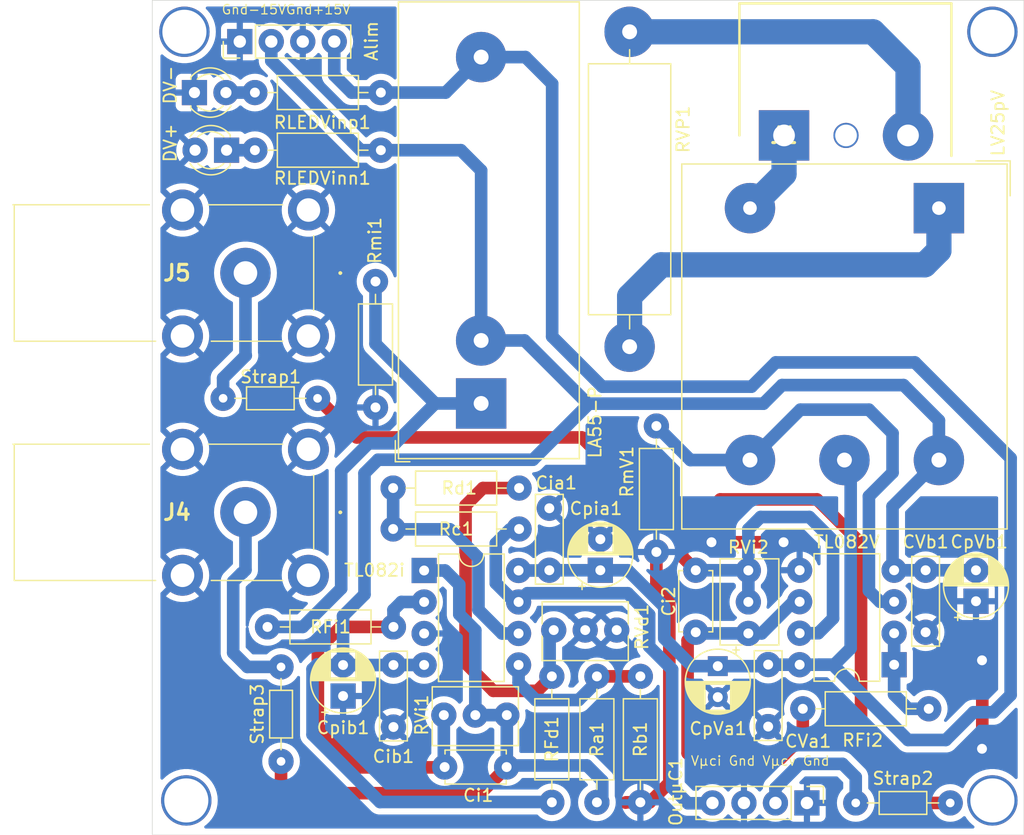
<source format=kicad_pcb>
(kicad_pcb (version 20241229) (generator "pcbnew") (generator_version "9.0")
  (layers (0 "F.Cu" signal) (2 "B.Cu" signal) (13 "F.Paste" user) (15 "B.Paste" user) (5 "F.SilkS" user "F.Silkscreen") (7 "B.SilkS" user "B.Silkscreen") (1 "F.Mask" user) (3 "B.Mask" user) (25 "Edge.Cuts" user))
  (net 0 "")
  (net 1 "Vosc_i")
  (net 2 "Net-(U4A--)")
  (net 3 "Vosc_µc_V")
  (net 4 "Net-(U3B--)")
  (net 5 "+15V")
  (net 6 "GND")
  (net 7 "-15V")
  (net 8 "Net-(D_Vinn1-K)")
  (net 9 "Net-(D_Vinp1-A)")
  (net 11 "Net-(J1-Pad3)")
  (net 12 "Net-(U2-HV-)")
  (net 13 "Vµc_i")
  (net 14 "Net-(U4B-+)")
  (net 15 "Net-(RFd1-Pad2)")
  (net 16 "Net-(U4B--)")
  (net 17 "Net-(U1-M)")
  (net 18 "Net-(U3A--)")
  (net 19 "Net-(U2-M)")
  (net 20 "Net-(U2-HV+)")
  (net 21 "Net-(J5-Pad1)")
  (net 22 "Net-(OutµC1-Pin_2)")
  (net 23 "Net-(J4-Pad1)")
  (footprint "Sensor_Voltage:LEM_LV25-P" (layer "F.Cu") (at 139.6525 92.964 -90)
    (property "Reference" "LV25pV" (at -6.858 -4.769 90) (layer "F.SilkS"))
    (property "Value" "LV25pV" (hide yes))
    (pad "1" thru_hole rect (at 0 0 270) (size 4.064 4.064) (drill 1.1) (layers "*.Cu" "*.Mask") (net 20 "Net-(U2-HV+)"))
    (pad "3" thru_hole circle (at 0 15.24 270) (size 4.064 4.064) (drill 1.1) (layers "*.Cu" "*.Mask") (net 12 "Net-(U2-HV-)"))
    (pad "4" thru_hole circle (at 20.32 15.24 270) (size 4.064 4.064) (drill 1.2) (layers "*.Cu" "*.Mask") (net 19 "Net-(U2-M)"))
    (pad "5" thru_hole circle (at 20.32 7.62 270) (size 4.064 4.064) (drill 1.2) (layers "*.Cu" "*.Mask") (net 5 "+15V"))
    (pad "6" thru_hole circle (at 20.32 0 270) (size 4.064 4.064) (drill 1.2) (layers "*.Cu" "*.Mask") (net 7 "-15V"))
  )
  (footprint "BNC-LR-PC-1_40_:BNCLRPC140" (layer "F.Cu") (at 83.7155 98.1964)
    (property "Reference" "J5" (at -5.525 0 0) (layer "F.SilkS") (effects (font (size 1.27 1.27) (thickness 0.254))))
    (property "Value" "BNCV_osc" (hide yes))
    (pad "1" thru_hole circle (at 0 0) (size 4.064 4.064) (drill 1.9) (layers "*.Cu" "*.Mask") (net 21 "Net-(J5-Pad1)"))
    (pad "2" thru_hole circle (at -5.08 -5.08) (size 3.302 3.302) (drill 1.9) (layers "*.Cu" "*.Mask") (net 6 "GND"))
    (pad "3" thru_hole circle (at -5.08 5.08) (size 3.302 3.302) (drill 1.9) (layers "*.Cu" "*.Mask") (net 6 "GND"))
    (pad "4" thru_hole circle (at 5.08 5.08) (size 3.302 3.302) (drill 1.9) (layers "*.Cu" "*.Mask") (net 6 "GND"))
    (pad "5" thru_hole circle (at 5.08 -5.08) (size 3.302 3.302) (drill 1.9) (layers "*.Cu" "*.Mask") (net 6 "GND"))
  )
  (footprint "Resistor_THT:R_Axial_Power_L20.0mm_W6.4mm_P25.40mm" (layer "F.Cu") (at 114.7035 78.74 -90)
    (property "Reference" "RVP1" (at 7.874 -4.318 90) (layer "F.SilkS"))
    (property "Value" "47k-5W")
    (pad "1" thru_hole circle (at 0 0 270) (size 4.064 4.064) (drill 1.2) (layers "*.Cu" "*.Mask") (net 11 "Net-(J1-Pad3)"))
    (pad "2" thru_hole oval (at 25.4 0 270) (size 4.064 4.064) (drill 1.2) (layers "*.Cu" "*.Mask") (net 20 "Net-(U2-HV+)"))
  )
  (footprint "Potentiometer_THT:Potentiometer_Bourns_3266Y_Vertical" (layer "F.Cu") (at 104.7975 133.858)
    (property "Reference" "RVi1" (at -6.858 0 90) (layer "F.SilkS"))
    (property "Value" "10k" (hide yes))
    (pad "1" thru_hole circle (at 0 0) (size 2.032 2.032) (drill 0.8) (layers "*.Cu" "*.Mask") (net 1 "Vosc_i"))
    (pad "2" thru_hole circle (at -2.54 0) (size 2.032 2.032) (drill 0.8) (layers "*.Cu" "*.Mask") (net 1 "Vosc_i"))
    (pad "3" thru_hole circle (at -5.08 0) (size 2.032 2.032) (drill 0.8) (layers "*.Cu" "*.Mask") (net 2 "Net-(U4A--)"))
  )
  (footprint "LED_THT:LED_D3.0mm" (layer "F.Cu") (at 82.1915 88.2904 180)
    (property "Reference" "DV+" (at 4.5466 0.5842 270) (layer "F.SilkS"))
    (property "Value" "LED" (hide yes))
    (pad "1" thru_hole rect (at 0 0 180) (size 2.032 2.032) (drill 0.9) (layers "*.Cu" "*.Mask") (net 8 "Net-(D_Vinn1-K)"))
    (pad "2" thru_hole circle (at 2.54 0 180) (size 2.032 2.032) (drill 0.9) (layers "*.Cu" "*.Mask") (net 6 "GND"))
  )
  (footprint "Resistor_THT:R_Axial_DIN0207_L6.3mm_D2.5mm_P10.16mm_Horizontal" (layer "F.Cu") (at 105.7881 115.5446 180)
    (property "Reference" "Rc1" (at 5.08 -3.302 180) (layer "F.SilkS"))
    (property "Value" "20k" (hide yes))
    (pad "1" thru_hole circle (at 0 0 180) (size 2.032 2.032) (drill 0.8) (layers "*.Cu" "*.Mask") (net 15 "Net-(RFd1-Pad2)"))
    (pad "2" thru_hole oval (at 10.16 0 180) (size 2.032 2.032) (drill 0.8) (layers "*.Cu" "*.Mask") (net 16 "Net-(U4B--)"))
  )
  (footprint "Resistor_THT:R_Axial_DIN0204_L3.6mm_D1.6mm_P7.62mm_Horizontal" (layer "F.Cu") (at 132.9436 140.9446)
    (property "Reference" "Strap2" (at 3.81 -1.9812 0) (layer "F.SilkS"))
    (property "Value" "~" (hide yes))
    (pad "1" thru_hole circle (at 0 0) (size 2.032 2.032) (drill 0.7) (layers "*.Cu" "*.Mask") (net 22 "Net-(OutµC1-Pin_2)"))
    (pad "2" thru_hole oval (at 7.62 0) (size 2.032 2.032) (drill 0.7) (layers "*.Cu" "*.Mask") (net 3 "Vosc_µc_V"))
  )
  (footprint "Capacitor_THT:C_Rect_L7.0mm_W2.0mm_P5.00mm" (layer "F.Cu") (at 138.5795 122.174 -90)
    (property "Reference" "CVb1" (at -2.286 0 180) (layer "F.SilkS"))
    (property "Value" "100n" (hide yes))
    (pad "1" thru_hole circle (at 0 0 270) (size 2.032 2.032) (drill 0.8) (layers "*.Cu" "*.Mask") (net 7 "-15V"))
    (pad "2" thru_hole circle (at 5 0 270) (size 2.032 2.032) (drill 0.8) (layers "*.Cu" "*.Mask") (net 6 "GND"))
  )
  (footprint "Capacitor_THT:C_Disc_D4.7mm_W2.5mm_P5.00mm" (layer "F.Cu") (at 99.7829 138.049)
    (property "Reference" "Ci1" (at 2.714 2.286 0) (layer "F.SilkS"))
    (property "Value" "220p" (hide yes))
    (pad "1" thru_hole circle (at 0 0) (size 2.032 2.032) (drill 0.8) (layers "*.Cu" "*.Mask") (net 2 "Net-(U4A--)"))
    (pad "2" thru_hole circle (at 5 0) (size 2.032 2.032) (drill 0.8) (layers "*.Cu" "*.Mask") (net 1 "Vosc_i"))
  )
  (footprint "Capacitor_THT:C_Disc_D4.7mm_W2.5mm_P5.00mm" (layer "F.Cu") (at 120.0375 127.174 90)
    (property "Reference" "Ci2" (at 2.4854 -2.1815 90) (layer "F.SilkS"))
    (property "Value" "4.7n" (hide yes))
    (pad "1" thru_hole circle (at 0 0 90) (size 2.032 2.032) (drill 0.8) (layers "*.Cu" "*.Mask") (net 4 "Net-(U3B--)"))
    (pad "2" thru_hole circle (at 5 0 90) (size 2.032 2.032) (drill 0.8) (layers "*.Cu" "*.Mask") (net 3 "Vosc_µc_V"))
  )
  (footprint "Resistor_THT:R_Axial_DIN0207_L6.3mm_D2.5mm_P10.16mm_Horizontal" (layer "F.Cu") (at 138.8335 133.35 180)
    (property "Reference" "RFi2" (at 5.334 -2.54 180) (layer "F.SilkS"))
    (property "Value" "4.7k" (hide yes))
    (pad "1" thru_hole circle (at 0 0 180) (size 2.032 2.032) (drill 0.8) (layers "*.Cu" "*.Mask") (net 18 "Net-(U3A--)"))
    (pad "2" thru_hole oval (at 10.16 0 180) (size 2.032 2.032) (drill 0.8) (layers "*.Cu" "*.Mask") (net 4 "Net-(U3B--)"))
  )
  (footprint "Capacitor_THT:C_Rect_L7.0mm_W2.0mm_P5.00mm" (layer "F.Cu") (at 108.2265 122.174 90)
    (property "Reference" "Cia1" (at 7.0464 0.5588 0) (layer "F.SilkS"))
    (property "Value" "100n" (hide yes))
    (pad "1" thru_hole circle (at 0 0 90) (size 2.032 2.032) (drill 0.8) (layers "*.Cu" "*.Mask") (net 5 "+15V"))
    (pad "2" thru_hole circle (at 5 0 90) (size 2.032 2.032) (drill 0.8) (layers "*.Cu" "*.Mask") (net 6 "GND"))
  )
  (footprint "LED_THT:LED_D3.0mm" (layer "F.Cu") (at 79.6007 83.6422)
    (property "Reference" "DV-" (at -1.9558 -0.6096 90) (layer "F.SilkS"))
    (property "Value" "LED" (hide yes))
    (pad "1" thru_hole rect (at 0 0) (size 2.032 2.032) (drill 0.9) (layers "*.Cu" "*.Mask") (net 6 "GND"))
    (pad "2" thru_hole circle (at 2.54 0) (size 2.032 2.032) (drill 0.9) (layers "*.Cu" "*.Mask") (net 9 "Net-(D_Vinp1-A)"))
  )
  (footprint "Resistor_THT:R_Axial_DIN0207_L6.3mm_D2.5mm_P10.16mm_Horizontal" (layer "F.Cu") (at 115.57 130.7338 -90)
    (property "Reference" "Rb1" (at 5.080001 0 90) (layer "F.SilkS"))
    (property "Value" "20k" (hide yes))
    (pad "1" thru_hole circle (at 0 0 270) (size 2.032 2.032) (drill 0.8) (layers "*.Cu" "*.Mask") (net 14 "Net-(U4B-+)"))
    (pad "2" thru_hole oval (at 10.16 0 270) (size 2.032 2.032) (drill 0.8) (layers "*.Cu" "*.Mask") (net 6 "GND"))
  )
  (footprint "Resistor_THT:R_Axial_DIN0207_L6.3mm_D2.5mm_P10.16mm_Horizontal" (layer "F.Cu") (at 94.6375 83.6422 180)
    (property "Reference" "RLEDVinp1" (at 4.7244 -2.413 180) (layer "F.SilkS"))
    (property "Value" "10k" (hide yes))
    (pad "1" thru_hole circle (at 0 0 180) (size 2.032 2.032) (drill 0.8) (layers "*.Cu" "*.Mask") (net 5 "+15V"))
    (pad "2" thru_hole oval (at 10.16 0 180) (size 2.032 2.032) (drill 0.8) (layers "*.Cu" "*.Mask") (net 9 "Net-(D_Vinp1-A)"))
  )
  (footprint "Resistor_THT:R_Axial_DIN0207_L6.3mm_D2.5mm_P10.16mm_Horizontal" (layer "F.Cu") (at 94.2057 98.8822 -90)
    (property "Reference" "Rmi1" (at -3.302 0.0508 90) (layer "F.SilkS"))
    (property "Value" "60")
    (pad "1" thru_hole circle (at 0 0 270) (size 2.032 2.032) (drill 0.8) (layers "*.Cu" "*.Mask") (net 17 "Net-(U1-M)"))
    (pad "2" thru_hole oval (at 10.16 0 270) (size 2.032 2.032) (drill 0.8) (layers "*.Cu" "*.Mask") (net 6 "GND"))
  )
  (footprint "Connector_PinHeader_2.54mm:PinHeader_1x04_P2.54mm_Vertical" (layer "F.Cu") (at 129.0066 140.9446 -90)
    (property "Reference" "OutµC1" (at -0.9144 10.5789 270) (layer "F.SilkS"))
    (property "Value" "OutµC" (hide yes))
    (pad "1" thru_hole rect (at 0 0 270) (size 2.032 2.032) (drill 1) (layers "*.Cu" "*.Mask") (net 6 "GND"))
    (pad "2" thru_hole oval (at 0 2.54 270) (size 2.032 2.032) (drill 1) (layers "*.Cu" "*.Mask") (net 22 "Net-(OutµC1-Pin_2)"))
    (pad "3" thru_hole oval (at 0 5.08 270) (size 2.032 2.032) (drill 1) (layers "*.Cu" "*.Mask") (net 6 "GND"))
    (pad "4" thru_hole oval (at 0 7.62 270) (size 2.032 2.032) (drill 1) (layers "*.Cu" "*.Mask") (net 13 "Vµc_i"))
  )
  (footprint "Package_DIP:DIP-8_W7.62mm" (layer "F.Cu") (at 136.0395 129.794 180)
    (property "Reference" "TL082V" (at 3.81 9.906 180) (layer "F.SilkS"))
    (property "Value" "TL082V")
    (pad "1" thru_hole rect (at 0 0 180) (size 2.032 2.032) (drill 0.8) (layers "*.Cu" "*.Mask") (net 18 "Net-(U3A--)"))
    (pad "2" thru_hole oval (at 0 2.54 180) (size 2.032 2.032) (drill 0.8) (layers "*.Cu" "*.Mask") (net 18 "Net-(U3A--)"))
    (pad "3" thru_hole oval (at 0 5.08 180) (size 2.032 2.032) (drill 0.8) (layers "*.Cu" "*.Mask") (net 19 "Net-(U2-M)"))
    (pad "4" thru_hole oval (at 0 7.62 180) (size 2.032 2.032) (drill 0.8) (layers "*.Cu" "*.Mask") (net 7 "-15V"))
    (pad "5" thru_hole oval (at 7.62 7.62 180) (size 2.032 2.032) (drill 0.8) (layers "*.Cu" "*.Mask") (net 6 "GND"))
    (pad "6" thru_hole oval (at 7.62 5.08 180) (size 2.032 2.032) (drill 0.8) (layers "*.Cu" "*.Mask") (net 4 "Net-(U3B--)"))
    (pad "7" thru_hole oval (at 7.62 2.54 180) (size 2.032 2.032) (drill 0.8) (layers "*.Cu" "*.Mask") (net 3 "Vosc_µc_V"))
    (pad "8" thru_hole oval (at 7.62 0 180) (size 2.032 2.032) (drill 0.8) (layers "*.Cu" "*.Mask") (net 5 "+15V"))
  )
  (footprint "Capacitor_THT:C_Rect_L7.0mm_W2.0mm_P5.00mm" (layer "F.Cu") (at 125.8795 129.7832 -90)
    (property "Reference" "CVa1" (at 6.183 -3.2287 180) (layer "F.SilkS"))
    (property "Value" "100n" (hide yes))
    (pad "1" thru_hole circle (at 0 0 270) (size 2.032 2.032) (drill 0.8) (layers "*.Cu" "*.Mask") (net 5 "+15V"))
    (pad "2" thru_hole circle (at 5 0 270) (size 2.032 2.032) (drill 0.8) (layers "*.Cu" "*.Mask") (net 6 "GND"))
  )
  (footprint "Capacitor_THT:CP_Radial_D5.0mm_P2.50mm" (layer "F.Cu") (at 91.5895 132.319913 90)
    (property "Reference" "Cpib1" (at -2.554087 0 0) (layer "F.SilkS"))
    (property "Value" "1µ" (hide yes))
    (pad "1" thru_hole rect (at 0 0 90) (size 2.032 2.032) (drill 0.8) (layers "*.Cu" "*.Mask") (net 6 "GND"))
    (pad "2" thru_hole circle (at 2.5 0 90) (size 2.032 2.032) (drill 0.8) (layers "*.Cu" "*.Mask") (net 7 "-15V"))
  )
  (footprint "Resistor_THT:R_Axial_DIN0207_L6.3mm_D2.5mm_P10.16mm_Horizontal" (layer "F.Cu") (at 95.6281 118.8466)
    (property "Reference" "Rd1" (at 5.334 -3.302 0) (layer "F.SilkS"))
    (property "Value" "20k" (hide yes))
    (pad "1" thru_hole circle (at 0 0) (size 2.032 2.032) (drill 0.8) (layers "*.Cu" "*.Mask") (net 16 "Net-(U4B--)"))
    (pad "2" thru_hole oval (at 10.16 0) (size 2.032 2.032) (drill 0.8) (layers "*.Cu" "*.Mask") (net 13 "Vµc_i"))
  )
  (footprint "Resistor_THT:R_Axial_DIN0207_L6.3mm_D2.5mm_P10.16mm_Horizontal" (layer "F.Cu") (at 108.4297 140.8938 90)
    (property "Reference" "RFd1" (at 5.08 0 270) (layer "F.SilkS"))
    (property "Value" "1k" (hide yes))
    (pad "1" thru_hole circle (at 0 0 90) (size 2.032 2.032) (drill 0.8) (layers "*.Cu" "*.Mask") (net 7 "-15V"))
    (pad "2" thru_hole oval (at 10.16 0 90) (size 2.032 2.032) (drill 0.8) (layers "*.Cu" "*.Mask") (net 15 "Net-(RFd1-Pad2)"))
  )
  (footprint "Resistor_THT:R_Axial_DIN0204_L3.6mm_D1.6mm_P7.62mm_Horizontal" (layer "F.Cu") (at 89.5321 108.3056 180)
    (property "Reference" "Strap1" (at 3.7846 1.7272 180) (layer "F.SilkS"))
    (property "Value" "~" (hide yes))
    (pad "1" thru_hole circle (at 0 0 180) (size 2.032 2.032) (drill 0.7) (layers "*.Cu" "*.Mask") (net 3 "Vosc_µc_V"))
    (pad "2" thru_hole oval (at 7.62 0 180) (size 2.032 2.032) (drill 0.7) (layers "*.Cu" "*.Mask") (net 21 "Net-(J5-Pad1)"))
  )
  (footprint "Capacitor_THT:CP_Radial_D5.0mm_P2.50mm" (layer "F.Cu") (at 112.3413 122.174 90)
    (property "Reference" "Cpia1" (at 4.9784 -0.3556 0) (layer "F.SilkS"))
    (property "Value" "1µ" (hide yes))
    (pad "1" thru_hole rect (at 0 0 90) (size 2.032 2.032) (drill 0.8) (layers "*.Cu" "*.Mask") (net 5 "+15V"))
    (pad "2" thru_hole circle (at 2.5 0 90) (size 2.032 2.032) (drill 0.8) (layers "*.Cu" "*.Mask") (net 6 "GND"))
  )
  (footprint "BNC-LR-PC-1_40_:BNCLRPC140" (layer "F.Cu") (at 83.7155 117.5004)
    (property "Reference" "J4" (at -5.525 0 0) (layer "F.SilkS") (effects (font (size 1.27 1.27) (thickness 0.254))))
    (property "Value" "BNCi_osc" (hide yes))
    (pad "1" thru_hole circle (at 0 0) (size 4.064 4.064) (drill 1.9) (layers "*.Cu" "*.Mask") (net 23 "Net-(J4-Pad1)"))
    (pad "2" thru_hole circle (at -5.08 -5.08) (size 3.302 3.302) (drill 1.9) (layers "*.Cu" "*.Mask") (net 6 "GND"))
    (pad "3" thru_hole circle (at -5.08 5.08) (size 3.302 3.302) (drill 1.9) (layers "*.Cu" "*.Mask") (net 6 "GND"))
    (pad "4" thru_hole circle (at 5.08 5.08) (size 3.302 3.302) (drill 1.9) (layers "*.Cu" "*.Mask") (net 6 "GND"))
    (pad "5" thru_hole circle (at 5.08 -5.08) (size 3.302 3.302) (drill 1.9) (layers "*.Cu" "*.Mask") (net 6 "GND"))
  )
  (footprint "Capacitor_THT:CP_Radial_D5.0mm_P2.50mm" (layer "F.Cu") (at 121.8155 129.909688 -90)
    (property "Reference" "CpVa1" (at 5.04 -0.024887 180) (layer "F.SilkS"))
    (property "Value" "1µ" (hide yes))
    (pad "1" thru_hole rect (at 0 0 270) (size 1.6 1.6) (drill 0.8) (layers "*.Cu" "*.Mask") (net 5 "+15V"))
    (pad "2" thru_hole circle (at 2.5 0 270) (size 1.6 1.6) (drill 0.8) (layers "*.Cu" "*.Mask") (net 6 "GND"))
  )
  (footprint "Package_DIP:DIP-8_W7.62mm" (layer "F.Cu") (at 98.1273 122.194)
    (property "Reference" "TL082i" (at -3.9978 -0.02 180) (layer "F.SilkS"))
    (property "Value" "TL082i" (hide yes))
    (pad "1" thru_hole rect (at 0 0) (size 2.032 2.032) (drill 0.8) (layers "*.Cu" "*.Mask") (net 1 "Vosc_i"))
    (pad "2" thru_hole oval (at 0 2.54) (size 2.032 2.032) (drill 0.8) (layers "*.Cu" "*.Mask") (net 2 "Net-(U4A--)"))
    (pad "3" thru_hole oval (at 0 5.08) (size 2.032 2.032) (drill 0.8) (layers "*.Cu" "*.Mask") (net 6 "GND"))
    (pad "4" thru_hole oval (at 0 7.62) (size 2.032 2.032) (drill 0.8) (layers "*.Cu" "*.Mask") (net 7 "-15V"))
    (pad "5" thru_hole oval (at 7.62 7.62) (size 2.032 2.032) (drill 0.8) (layers "*.Cu" "*.Mask") (net 14 "Net-(U4B-+)"))
    (pad "6" thru_hole oval (at 7.62 5.08) (size 2.032 2.032) (drill 0.8) (layers "*.Cu" "*.Mask") (net 16 "Net-(U4B--)"))
    (pad "7" thru_hole oval (at 7.62 2.54) (size 2.032 2.032) (drill 0.8) (layers "*.Cu" "*.Mask") (net 13 "Vµc_i"))
    (pad "8" thru_hole oval (at 7.62 0) (size 2.032 2.032) (drill 0.8) (layers "*.Cu" "*.Mask") (net 5 "+15V"))
  )
  (footprint "Sensor_Current:LEM_LA25-P" (layer "F.Cu") (at 102.726 108.72 90)
    (property "Reference" "LA55-P" (at -1.516 9.1835 270) (layer "F.SilkS"))
    (property "Value" "LA55-P" (hide yes))
    (pad "1" thru_hole rect (at 0 0 90) (size 4.064 4.064) (drill 1.2) (layers "*.Cu" "*.Mask") (net 17 "Net-(U1-M)"))
    (pad "2" thru_hole circle (at 5.08 0 90) (size 4.064 4.064) (drill 1.2) (layers "*.Cu" "*.Mask") (net 7 "-15V"))
    (pad "3" thru_hole circle (at 27.94 0 90) (size 4.064 4.064) (drill 1.2) (layers "*.Cu" "*.Mask") (net 5 "+15V"))
  )
  (footprint "Capacitor_THT:CP_Radial_D5.0mm_P2.50mm" (layer "F.Cu") (at 142.6435 124.674 90)
    (property "Reference" "CpVb1" (at 4.786 0.254 180) (layer "F.SilkS"))
    (property "Value" "1µ" (hide yes))
    (pad "1" thru_hole rect (at 0 0 90) (size 2.032 2.032) (drill 0.8) (layers "*.Cu" "*.Mask") (net 6 "GND"))
    (pad "2" thru_hole circle (at 2.5 0 90) (size 2.032 2.032) (drill 0.8) (layers "*.Cu" "*.Mask") (net 7 "-15V"))
  )
  (footprint "Connector_PinHeader_2.54mm:PinHeader_1x04_P2.54mm_Vertical" (layer "F.Cu") (at 83.2583 79.5274 90)
    (property "Reference" "Alim" (at 0.0508 10.6201 90) (layer "F.SilkS"))
    (property "Value" "Alim" (hide yes))
    (pad "1" thru_hole rect (at 0 0 90) (size 2.032 2.032) (drill 1) (layers "*.Cu" "*.Mask") (net 6 "GND"))
    (pad "2" thru_hole oval (at 0 2.54 90) (size 2.032 2.032) (drill 1) (layers "*.Cu" "*.Mask") (net 7 "-15V"))
    (pad "3" thru_hole oval (at 0 5.08 90) (size 2.032 2.032) (drill 1) (layers "*.Cu" "*.Mask") (net 6 "GND"))
    (pad "4" thru_hole oval (at 0 7.62 90) (size 2.032 2.032) (drill 1) (layers "*.Cu" "*.Mask") (net 5 "+15V"))
  )
  (footprint "Resistor_THT:R_Axial_DIN0207_L6.3mm_D2.5mm_P10.16mm_Horizontal" (layer "F.Cu") (at 85.4935 126.746)
    (property "Reference" "RFi1" (at 5.08 0 0) (layer "F.SilkS"))
    (property "Value" "10k" (hide yes))
    (pad "1" thru_hole circle (at 0 0) (size 2.032 2.032) (drill 0.8) (layers "*.Cu" "*.Mask") (net 17 "Net-(U1-M)"))
    (pad "2" thru_hole oval (at 10.16 0) (size 2.032 2.032) (drill 0.8) (layers "*.Cu" "*.Mask") (net 2 "Net-(U4A--)"))
  )
  (footprint "Resistor_THT:R_Axial_DIN0207_L6.3mm_D2.5mm_P10.16mm_Horizontal" (layer "F.Cu") (at 94.6375 88.2904 180)
    (property "Reference" "RLEDVinn1" (at 4.7244 -2.2606 180) (layer "F.SilkS"))
    (property "Value" "10k" (hide yes))
    (pad "1" thru_hole circle (at 0 0 180) (size 2.032 2.032) (drill 0.8) (layers "*.Cu" "*.Mask") (net 7 "-15V"))
    (pad "2" thru_hole oval (at 10.16 0 180) (size 2.032 2.032) (drill 0.8) (layers "*.Cu" "*.Mask") (net 8 "Net-(D_Vinn1-K)"))
  )
  (footprint "2350513-3:2350513-3" (layer "F.Cu") (at 127.16 87.1)
    (property "Reference" "J1" (at 0 0 0) (layer "F.SilkS") (effects (font (size 1.27 1.27) (thickness 0.254))))
    (property "Value" "BorV" (hide yes))
    (pad "1" thru_hole rect (at 0 0) (size 4.064 4.064) (drill 1.75) (layers "*.Cu" "*.Mask") (net 12 "Net-(U2-HV-)"))
    (pad "2" thru_hole circle (at 5 0) (size 2.032 2.032) (drill 1.75) (layers "*.Cu" "*.Mask"))
    (pad "3" thru_hole circle (at 10 0) (size 4.064 4.064) (drill 1.75) (layers "*.Cu" "*.Mask") (net 11 "Net-(J1-Pad3)"))
  )
  (footprint "Capacitor_THT:C_Rect_L7.0mm_W2.0mm_P5.00mm" (layer "F.Cu") (at 95.6535 129.819913 -90)
    (property "Reference" "Cib1" (at 7.376087 0 180) (layer "F.SilkS"))
    (property "Value" "100n" (hide yes))
    (pad "1" thru_hole circle (at 0 0 270) (size 2.032 2.032) (drill 0.8) (layers "*.Cu" "*.Mask") (net 7 "-15V"))
    (pad "2" thru_hole circle (at 5 0 270) (size 2.032 2.032) (drill 0.8) (layers "*.Cu" "*.Mask") (net 6 "GND"))
  )
  (footprint "Resistor_THT:R_Axial_DIN0207_L6.3mm_D2.5mm_P10.16mm_Horizontal" (layer "F.Cu") (at 116.8625 110.5408 -90)
    (property "Reference" "RmV1" (at 3.683 2.3769 90) (layer "F.SilkS"))
    (property "Value" "120" (hide yes))
    (pad "1" thru_hole circle (at 0 0 270) (size 2.032 2.032) (drill 0.8) (layers "*.Cu" "*.Mask") (net 19 "Net-(U2-M)"))
    (pad "2" thru_hole oval (at 10.16 0 270) (size 2.032 2.032) (drill 0.8) (layers "*.Cu" "*.Mask") (net 6 "GND"))
  )
  (footprint "Potentiometer_THT:Potentiometer_Bourns_3266Y_Vertical" (layer "F.Cu") (at 113.6621 127)
    (property "Reference" "RVd1" (at 2.032 -0.254 90) (layer "F.SilkS"))
    (property "Value" "0.2k" (hide yes))
    (pad "1" thru_hole circle (at 0 0) (size 2.032 2.032) (drill 0.8) (layers "*.Cu" "*.Mask") (net 6 "GND"))
    (pad "2" thru_hole circle (at -2.54 0) (size 2.032 2.032) (drill 0.8) (layers "*.Cu" "*.Mask") (net 6 "GND"))
    (pad "3" thru_hole circle (at -5.08 0) (size 2.032 2.032) (drill 0.8) (layers "*.Cu" "*.Mask") (net 15 "Net-(RFd1-Pad2)"))
  )
  (footprint "Potentiometer_THT:Potentiometer_Bourns_3266Y_Vertical" (layer "F.Cu") (at 124.2805 122.189 90)
    (property "Reference" "RVi2" (at 1.8692 0.0017 0) (layer "F.SilkS"))
    (property "Value" "10k" (hide yes))
    (pad "1" thru_hole circle (at 0 0 90) (size 2.032 2.032) (drill 0.8) (layers "*.Cu" "*.Mask") (net 3 "Vosc_µc_V"))
    (pad "2" thru_hole circle (at -2.54 0 90) (size 2.032 2.032) (drill 0.8) (layers "*.Cu" "*.Mask") (net 3 "Vosc_µc_V"))
    (pad "3" thru_hole circle (at -5.08 0 90) (size 2.032 2.032) (drill 0.8) (layers "*.Cu" "*.Mask") (net 4 "Net-(U3B--)"))
  )
  (footprint "Resistor_THT:R_Axial_DIN0207_L6.3mm_D2.5mm_P10.16mm_Horizontal" (layer "F.Cu") (at 112.0648 140.8938 90)
    (property "Reference" "Ra1" (at 5.08 0 270) (layer "F.SilkS"))
    (property "Value" "20k" (hide yes))
    (pad "1" thru_hole circle (at 0 0 90) (size 2.032 2.032) (drill 0.8) (layers "*.Cu" "*.Mask") (net 1 "Vosc_i"))
    (pad "2" thru_hole oval (at 10.16 0 90) (size 2.032 2.032) (drill 0.8) (layers "*.Cu" "*.Mask") (net 14 "Net-(U4B-+)"))
  )
  (footprint "Resistor_THT:R_Axial_DIN0204_L3.6mm_D1.6mm_P7.62mm_Horizontal" (layer "F.Cu") (at 86.5857 137.5918 90)
    (property "Reference" "Strap3" (at 3.81 -1.92 270) (layer "F.SilkS"))
    (property "Value" "~")
    (pad "1" thru_hole circle (at 0 0 90) (size 2.032 2.032) (drill 0.7) (layers "*.Cu" "*.Mask") (net 1 "Vosc_i"))
    (pad "2" thru_hole oval (at 7.62 0 90) (size 2.032 2.032) (drill 0.7) (layers "*.Cu" "*.Mask") (net 23 "Net-(J4-Pad1)"))
  )
  (gr_rect (start 76.2 76.2) (end 146.5072 143.51) (stroke (width 0.05)) (fill no) (layer "Edge.Cuts"))
  (gr_text "Vµci Gnd Vµcv Gnd" (at 119.5832 137.9982 0) (layer "F.SilkS") (effects (font (size 0.762 0.762) (thickness 0.1)) (justify left bottom)))
  (gr_text "Gnd-15VGnd+15V" (at 81.7372 77.3938 0) (layer "F.SilkS") (effects (font (size 0.762 0.762) (thickness 0.1)) (justify left bottom)))
  (via (at 143.9672 78.74) (size 4.064) (drill 3.556) (layers "F.Cu" "B.Cu") (net 0))
  (via (at 143.9672 140.7414) (size 4.064) (drill 3.556) (layers "F.Cu" "B.Cu") (net 0))
  (via (at 78.7908 78.74) (size 4.064) (drill 3.556) (layers "F.Cu" "B.Cu") (net 0))
  (via (at 78.9432 140.7414) (size 4.064) (drill 3.556) (layers "F.Cu" "B.Cu") (net 0))
  (segment (start 102.6893 140.1572) (end 87.3985 140.1572) (width 1.016) (layer "F.Cu") (net 1))
  (segment (start 86.5857 139.3444) (end 86.5857 137.5918) (width 1.016) (layer "F.Cu") (net 1))
  (segment (start 104.7829 138.0636) (end 102.6893 140.1572) (width 1.016) (layer "F.Cu") (net 1))
  (segment (start 104.7829 138.049) (end 104.7829 138.0636) (width 1.016) (layer "F.Cu") (net 1))
  (segment (start 87.3985 140.1572) (end 86.5857 139.3444) (width 1.016) (layer "F.Cu") (net 1))
  (segment (start 111.252 137.922) (end 112.4966 139.1666) (width 1.016) (layer "B.Cu") (net 1))
  (segment (start 100.965 125.73) (end 102.2575 127.0225) (width 1.016) (layer "B.Cu") (net 1))
  (segment (start 104.7975 133.858) (end 104.7975 137.922) (width 1.016) (layer "B.Cu") (net 1))
  (segment (start 98.1273 122.194) (end 99.8137 122.194) (width 1.016) (layer "B.Cu") (net 1))
  (segment (start 104.7975 137.922) (end 111.252 137.922) (width 1.016) (layer "B.Cu") (net 1))
  (segment (start 102.2575 127.0225) (end 102.2575 133.858) (width 1.016) (layer "B.Cu") (net 1))
  (segment (start 100.965 123.3453) (end 100.965 125.73) (width 1.016) (layer "B.Cu") (net 1))
  (segment (start 102.2575 133.858) (end 104.7975 133.858) (width 1.016) (layer "B.Cu") (net 1))
  (segment (start 112.4966 139.1666) (end 112.4966 140.8938) (width 1.016) (layer "B.Cu") (net 1))
  (segment (start 99.8137 122.194) (end 100.965 123.3453) (width 1.016) (layer "B.Cu") (net 1))
  (segment (start 99.7575 138.0744) (end 92.8341 138.0744) (width 1.016) (layer "F.Cu") (net 2))
  (segment (start 89.5575 128.5748) (end 91.3863 126.746) (width 1.016) (layer "F.Cu") (net 2))
  (segment (start 89.5575 134.7978) (end 89.5575 128.5748) (width 1.016) (layer "F.Cu") (net 2))
  (segment (start 99.7829 138.049) (end 99.7575 138.0744) (width 1.016) (layer "F.Cu") (net 2))
  (segment (start 92.8341 138.0744) (end 89.5575 134.7978) (width 1.016) (layer "F.Cu") (net 2))
  (segment (start 91.3863 126.746) (end 95.6535 126.746) (width 1.016) (layer "F.Cu") (net 2))
  (segment (start 99.7175 137.842) (end 99.7975 137.922) (width 1.016) (layer "B.Cu") (net 2))
  (segment (start 99.7175 133.858) (end 99.7175 137.842) (width 1.016) (layer "B.Cu") (net 2))
  (segment (start 95.6535 125.3744) (end 95.6535 126.746) (width 1.016) (layer "B.Cu") (net 2))
  (segment (start 98.1273 124.734) (end 96.2939 124.734) (width 1.016) (layer "B.Cu") (net 2))
  (segment (start 96.2939 124.734) (end 95.6535 125.3744) (width 1.016) (layer "B.Cu") (net 2))
  (segment (start 110.8475 111.46) (end 92.6865 111.46) (width 1.016) (layer "F.Cu") (net 3))
  (segment (start 129.8165 116.459) (end 122.0187 116.459) (width 1.016) (layer "F.Cu") (net 3))
  (segment (start 120.0375 122.174) (end 118.9453 121.0818) (width 1.016) (layer "F.Cu") (net 3))
  (segment (start 118.7929 119.4054) (end 110.8475 111.46) (width 1.016) (layer "F.Cu") (net 3))
  (segment (start 140.5636 140.9446) (end 138.9126 140.9446) (width 1.016) (layer "F.Cu") (net 3))
  (segment (start 92.6865 111.46) (end 89.5321 108.3056) (width 1.016) (layer "F.Cu") (net 3))
  (segment (start 133.3725 135.4045) (end 133.3725 120.015) (width 1.016) (layer "F.Cu") (net 3))
  (segment (start 118.9453 121.0818) (end 118.9453 119.5578) (width 1.016) (layer "F.Cu") (net 3))
  (segment (start 138.9126 140.9446) (end 133.3725 135.4045) (width 1.016) (layer "F.Cu") (net 3))
  (segment (start 119.0723 119.4054) (end 118.7929 119.4054) (width 1.016) (layer "F.Cu") (net 3))
  (segment (start 133.3725 120.015) (end 129.8165 116.459) (width 1.016) (layer "F.Cu") (net 3))
  (segment (start 122.0187 116.459) (end 119.0723 119.4054) (width 1.016) (layer "F.Cu") (net 3))
  (segment (start 118.9453 119.5578) (end 118.7929 119.4054) (width 1.016) (layer "F.Cu") (net 3))
  (segment (start 129.9181 127.254) (end 131.1119 126.0602) (width 1.016) (layer "B.Cu") (net 3))
  (segment (start 129.2069 117.8814) (end 125.2699 117.8814) (width 1.016) (layer "B.Cu") (net 3))
  (segment (start 124.2805 118.8708) (end 124.2805 122.189) (width 1.016) (layer "B.Cu") (net 3))
  (segment (start 131.1119 126.0602) (end 131.1119 119.7864) (width 1.016) (layer "B.Cu") (net 3))
  (segment (start 124.2805 122.189) (end 124.2805 124.729) (width 1.016) (layer "B.Cu") (net 3))
  (segment (start 131.1119 119.7864) (end 129.2069 117.8814) (width 1.016) (layer "B.Cu") (net 3))
  (segment (start 125.2699 117.8814) (end 124.2805 118.8708) (width 1.016) (layer "B.Cu") (net 3))
  (segment (start 120.0375 122.174) (end 124.2655 122.174) (width 1.016) (layer "B.Cu") (net 3))
  (segment (start 128.4195 127.254) (end 129.9181 127.254) (width 1.016) (layer "B.Cu") (net 3))
  (segment (start 124.2655 122.174) (end 124.2805 122.189) (width 1.016) (layer "B.Cu") (net 3))
  (segment (start 128.6735 135.5627) (end 126.873 137.3632) (width 1.016) (layer "F.Cu") (net 4))
  (segment (start 119.38 136.9343) (end 119.38 127.8315) (width 1.016) (layer "F.Cu") (net 4))
  (segment (start 119.38 127.8315) (end 120.0375 127.174) (width 1.016) (layer "F.Cu") (net 4))
  (segment (start 119.8089 137.3632) (end 119.38 136.9343) (width 1.016) (layer "F.Cu") (net 4))
  (segment (start 126.873 137.3632) (end 119.8089 137.3632) (width 1.016) (layer "F.Cu") (net 4))
  (segment (start 128.6735 133.35) (end 128.6735 135.5627) (width 1.016) (layer "F.Cu") (net 4))
  (segment (start 127.9115 124.714) (end 128.4195 124.714) (width 1.016) (layer "B.Cu") (net 4))
  (segment (start 125.3565 127.269) (end 127.9115 124.714) (width 1.016) (layer "B.Cu") (net 4))
  (segment (start 120.1325 127.269) (end 120.0375 127.174) (width 1.016) (layer "B.Cu") (net 4))
  (segment (start 124.2805 127.269) (end 125.3565 127.269) (width 1.016) (layer "B.Cu") (net 4))
  (segment (start 124.2805 127.269) (end 120.1325 127.269) (width 1.016) (layer "B.Cu") (net 4))
  (segment (start 114.5511 122.174) (end 117.4975 125.1204) (width 1.016) (layer "B.Cu") (net 5))
  (segment (start 132.5343 128.4732) (end 131.2135 129.794) (width 1.016) (layer "B.Cu") (net 5))
  (segment (start 119.746788 129.909688) (end 121.8155 129.909688) (width 1.016) (layer "B.Cu") (net 5))
  (segment (start 108.4551 103.3272) (end 112.4937 107.3658) (width 1.016) (layer "B.Cu") (net 5))
  (segment (start 145.4375 113.1316) (end 145.4375 132.2353) (width 1.016) (layer "B.Cu") (net 5))
  (segment (start 99.8638 83.6422) (end 102.726 80.78) (width 1.016) (layer "B.Cu") (net 5))
  (segment (start 124.5333 107.3658) (end 126.4891 105.41) (width 1.016) (layer "B.Cu") (net 5))
  (segment (start 129.9435 129.794) (end 128.4195 129.794) (width 1.016) (layer "B.Cu") (net 5))
  (segment (start 90.8783 82.2452) (end 92.2753 83.6422) (width 1.016) (layer "B.Cu") (net 5))
  (segment (start 126.4891 105.41) (end 137.7159 105.41) (width 1.016) (layer "B.Cu") (net 5))
  (segment (start 112.4937 107.3658) (end 124.5333 107.3658) (width 1.016) (layer "B.Cu") (net 5))
  (segment (start 108.4551 82.931) (end 108.4551 103.3272) (width 1.016) (layer "B.Cu") (net 5))
  (segment (start 128.4195 129.794) (end 125.8903 129.794) (width 1.016) (layer "B.Cu") (net 5))
  (segment (start 112.3413 122.174) (end 114.5511 122.174) (width 1.016) (layer "B.Cu") (net 5))
  (segment (start 117.4975 127.6604) (end 119.746788 129.909688) (width 1.016) (layer "B.Cu") (net 5))
  (segment (start 131.0865 129.794) (end 129.9435 129.794) (width 1.016) (layer "B.Cu") (net 5))
  (segment (start 121.8155 129.909688) (end 125.753012 129.909688) (width 1.016) (layer "B.Cu") (net 5))
  (segment (start 142.4432 133.6294) (end 140.208 135.8646) (width 1.016) (layer "B.Cu") (net 5))
  (segment (start 106.3041 80.78) (end 108.4551 82.931) (width 1.016) (layer "B.Cu") (net 5))
  (segment (start 131.2135 129.794) (end 129.9435 129.794) (width 1.016) (layer "B.Cu") (net 5))
  (segment (start 90.8783 79.5274) (end 90.8783 82.2452) (width 1.016) (layer "B.Cu") (net 5))
  (segment (start 144.0434 133.6294) (end 142.4432 133.6294) (width 1.016) (layer "B.Cu") (net 5))
  (segment (start 117.4975 125.1204) (end 117.4975 127.6604) (width 1.016) (layer "B.Cu") (net 5))
  (segment (start 137.1571 135.8646) (end 131.0865 129.794) (width 1.016) (layer "B.Cu") (net 5))
  (segment (start 108.2265 122.174) (end 112.3413 122.174) (width 1.016) (layer "B.Cu") (net 5))
  (segment (start 132.0325 113.284) (end 132.5343 113.7858) (width 1.016) (layer "B.Cu") (net 5))
  (segment (start 125.753012 129.909688) (end 125.8795 129.7832) (width 1.016) (layer "B.Cu") (net 5))
  (segment (start 125.8903 129.794) (end 125.8795 129.7832) (width 1.016) (layer "B.Cu") (net 5))
  (segment (start 105.7473 122.194) (end 108.2065 122.194) (width 1.016) (layer "B.Cu") (net 5))
  (segment (start 108.2065 122.194) (end 108.2265 122.174) (width 1.016) (layer "B.Cu") (net 5))
  (segment (start 94.6375 83.6422) (end 99.8638 83.6422) (width 1.016) (layer "B.Cu") (net 5))
  (segment (start 102.726 80.78) (end 106.3041 80.78) (width 1.016) (layer "B.Cu") (net 5))
  (segment (start 92.2753 83.6422) (end 94.6375 83.6422) (width 1.016) (layer "B.Cu") (net 5))
  (segment (start 140.208 135.8646) (end 137.1571 135.8646) (width 1.016) (layer "B.Cu") (net 5))
  (segment (start 132.5343 113.7858) (end 132.5343 128.4732) (width 1.016) (layer "B.Cu") (net 5))
  (segment (start 145.4375 132.2353) (end 144.0434 133.6294) (width 1.016) (layer "B.Cu") (net 5))
  (segment (start 137.7159 105.41) (end 145.4375 113.1316) (width 1.016) (layer "B.Cu") (net 5))
  (segment (start 143.1515 129.4609) (end 143.1515 136.5533) (width 1.016) (layer "F.Cu") (net 6))
  (segment (start 116.3291 140.8938) (end 114.5511 140.8938) (width 1.016) (layer "F.Cu") (net 6))
  (segment (start 143.1515 136.5533) (end 143.129 136.5758) (width 1.016) (layer "F.Cu") (net 6))
  (segment (start 127.1241 119.9134) (end 121.3075 119.9134) (width 1.016) (layer "F.Cu") (net 6))
  (segment (start 116.8625 123.2125) (end 117.9068 124.2568) (width 1.016) (layer "F.Cu") (net 6))
  (segment (start 117.9068 139.3161) (end 116.3291 140.8938) (width 1.016) (layer "F.Cu") (net 6))
  (segment (start 143.129 129.4384) (end 143.1515 129.4609) (width 1.016) (layer "F.Cu") (net 6))
  (segment (start 117.9068 124.2568) (end 117.9068 139.3161) (width 1.016) (layer "F.Cu") (net 6))
  (segment (start 116.8625 120.7008) (end 116.8625 123.2125) (width 1.016) (layer "F.Cu") (net 6))
  (segment (start 114.3987 140.8938) (end 114.3733 140.9192) (width 1.016) (layer "F.Cu") (net 6))
  (via (at 143.129 136.5758) (size 2.032) (drill 0.8) (layers "F.Cu" "B.Cu") (net 6))
  (via (at 143.129 129.4384) (size 2.032) (drill 0.8) (layers "F.Cu" "B.Cu") (net 6))
  (via (at 127.1241 119.9134) (size 2.032) (drill 0.8) (layers "F.Cu" "B.Cu") (net 6))
  (via (at 121.3075 119.9134) (size 2.032) (drill 0.8) (layers "F.Cu" "B.Cu") (net 6))
  (segment (start 106.2279 103.64) (end 111.3253 108.7374) (width 1.016) (layer "B.Cu") (net 7))
  (segment (start 106.9057 113.2586) (end 111.4269 108.7374) (width 1.016) (layer "B.Cu") (net 7))
  (segment (start 102.726 103.64) (end 106.2279 103.64) (width 1.016) (layer "B.Cu") (net 7))
  (segment (start 126.9971 107.2388) (end 136.8015 107.2388) (width 1.016) (layer "B.Cu") (net 7))
  (segment (start 102.726 89.9273) (end 102.726 103.64) (width 1.016) (layer "B.Cu") (net 7))
  (segment (start 89.1257 130.1496) (end 89.5067 129.7686) (width 1.016) (layer "B.Cu") (net 7))
  (segment (start 94.4089 113.2586) (end 106.9057 113.2586) (width 1.016) (layer "B.Cu") (net 7))
  (segment (start 85.7983 81.0768) (end 93.0119 88.2904) (width 1.016) (layer "B.Cu") (net 7))
  (segment (start 93.3167 114.3508) (end 94.4089 113.2586) (width 1.016) (layer "B.Cu") (net 7))
  (segment (start 85.7983 79.5274) (end 85.7983 81.0768) (width 1.016) (layer "B.Cu") (net 7))
  (segment (start 94.5613 140.8684) (end 89.1257 135.4328) (width 1.016) (layer "B.Cu") (net 7))
  (segment (start 136.8015 107.2388) (end 139.6525 110.0898) (width 1.016) (layer "B.Cu") (net 7))
  (segment (start 125.4985 108.7374) (end 126.9971 107.2388) (width 1.016) (layer "B.Cu") (net 7))
  (segment (start 111.4269 108.7374) (end 125.4985 108.7374) (width 1.016) (layer "B.Cu") (net 7))
  (segment (start 95.6535 129.819913) (end 91.5895 129.819913) (width 1.016) (layer "B.Cu") (net 7))
  (segment (start 135.9125 117.024) (end 135.9125 122.047) (width 1.016) (layer "B.Cu") (net 7))
  (segment (start 136.0395 122.174) (end 138.5795 122.174) (width 1.016) (layer "B.Cu") (net 7))
  (segment (start 94.6375 88.2904) (end 101.0891 88.2904) (width 1.016) (layer "B.Cu") (net 7))
  (segment (start 93.0119 88.2904) (end 94.6375 88.2904) (width 1.016) (layer "B.Cu") (net 7))
  (segment (start 93.3167 124.1298) (end 93.3167 114.3508) (width 1.016) (layer "B.Cu") (net 7))
  (segment (start 108.4043 140.8684) (end 94.5613 140.8684) (width 1.016) (layer "B.Cu") (net 7))
  (segment (start 91.5895 125.857) (end 93.3167 124.1298) (width 1.016) (layer "B.Cu") (net 7))
  (segment (start 89.1257 135.4328) (end 89.1257 130.1496) (width 1.016) (layer "B.Cu") (net 7))
  (segment (start 138.5795 122.174) (end 142.6435 122.174) (width 1.016) (layer "B.Cu") (net 7))
  (segment (start 111.3253 108.7374) (end 111.4269 108.7374) (width 1.016) (layer "B.Cu") (net 7))
  (segment (start 89.5067 129.7686) (end 90.0655 129.7686) (width 1.016) (layer "B.Cu") (net 7))
  (segment (start 135.9125 122.047) (end 136.0395 122.174) (width 1.016) (layer "B.Cu") (net 7))
  (segment (start 139.6525 110.0898) (end 139.6525 113.284) (width 1.016) (layer "B.Cu") (net 7))
  (segment (start 95.659413 129.814) (end 95.6535 129.819913) (width 1.016) (layer "B.Cu") (net 7))
  (segment (start 90.116813 129.819913) (end 91.5895 129.819913) (width 1.016) (layer "B.Cu") (net 7))
  (segment (start 97.9141 130.0272) (end 98.1273 129.814) (width 1.016) (layer "B.Cu") (net 7))
  (segment (start 91.5895 129.819913) (end 91.5895 125.857) (width 1.016) (layer "B.Cu") (net 7))
  (segment (start 139.6525 113.284) (end 135.9125 117.024) (width 1.016) (layer "B.Cu") (net 7))
  (segment (start 98.1273 129.814) (end 95.659413 129.814) (width 1.016) (layer "B.Cu") (net 7))
  (segment (start 90.0655 129.7686) (end 90.116813 129.819913) (width 1.016) (layer "B.Cu") (net 7))
  (segment (start 108.4297 140.8938) (end 108.4043 140.8684) (width 1.016) (layer "B.Cu") (net 7))
  (segment (start 101.0891 88.2904) (end 102.726 89.9273) (width 1.016) (layer "B.Cu") (net 7))
  (segment (start 82.1915 88.2904) (end 84.4775 88.2904) (width 1.016) (layer "B.Cu") (net 8))
  (segment (start 82.1407 83.6422) (end 84.4775 83.6422) (width 1.016) (layer "B.Cu") (net 9))
  (segment (start 114.7035 78.74) (end 134.3377 78.74) (width 2.032) (layer "B.Cu") (net 11))
  (segment (start 137.16 81.5623) (end 137.16 87.1) (width 2.032) (layer "B.Cu") (net 11))
  (segment (start 134.3377 78.74) (end 137.16 81.5623) (width 2.032) (layer "B.Cu") (net 11))
  (segment (start 127.16 87.1) (end 127.16 90.2165) (width 2.032) (layer "B.Cu") (net 12))
  (segment (start 127.16 90.2165) (end 124.4125 92.964) (width 2.032) (layer "B.Cu") (net 12))
  (segment (start 119.4025 140.97) (end 121.3612 140.97) (width 1.016) (layer "B.Cu") (net 13))
  (segment (start 116.2783 128.3208) (end 118.1325 130.175) (width 1.016) (layer "B.Cu") (net 13))
  (segment (start 105.7473 124.734) (end 106.4531 124.0282) (width 1.016) (layer "B.Cu") (net 13))
  (segment (start 106.4531 124.0282) (end 114.5511 124.0282) (width 1.016) (layer "B.Cu") (net 13))
  (segment (start 105.7473 124.734) (end 105.4271 124.734) (width 1.016) (layer "B.Cu") (net 13))
  (segment (start 118.1325 139.7) (end 119.4025 140.97) (width 1.016) (layer "B.Cu") (net 13))
  (segment (start 121.3612 140.97) (end 121.3866 140.9446) (width 1.016) (layer "B.Cu") (net 13))
  (segment (start 118.1325 130.175) (end 118.1325 139.7) (width 1.016) (layer "B.Cu") (net 13))
  (segment (start 114.5511 124.0282) (end 116.2783 125.7554) (width 1.016) (layer "B.Cu") (net 13))
  (segment (start 116.2783 125.7554) (end 116.2783 128.3208) (width 1.016) (layer "B.Cu") (net 13))
  (segment (start 103.9085 120.015) (end 105.0515 118.872) (width 1.016) (layer "B.Cu") (net 13))
  (segment (start 105.4271 124.734) (end 103.9085 123.2154) (width 1.016) (layer "B.Cu") (net 13))
  (segment (start 103.9085 123.2154) (end 103.9085 120.015) (width 1.016) (layer "B.Cu") (net 13))
  (segment (start 112.0648 130.7338) (end 115.57 130.7338) (width 1.016) (layer "F.Cu") (net 14))
  (segment (start 112.4966 130.7338) (end 112.522 130.7592) (width 1.016) (layer "B.Cu") (net 14))
  (segment (start 107.13846 132.642) (end 110.5884 132.642) (width 1.016) (layer "B.Cu") (net 14))
  (segment (start 115.5446 130.7592) (end 115.57 130.7338) (width 1.016) (layer "B.Cu") (net 14))
  (segment (start 105.7473 131.25084) (end 107.13846 132.642) (width 1.016) (layer "B.Cu") (net 14))
  (segment (start 110.5884 132.642) (end 112.4966 130.7338) (width 1.016) (layer "B.Cu") (net 14))
  (segment (start 105.7473 129.814) (end 105.7473 131.25084) (width 1.016) (layer "B.Cu") (net 14))
  (segment (start 101.4701 129.667) (end 103.7053 131.9022) (width 1.016) (layer "F.Cu") (net 15))
  (segment (start 102.8671 115.5446) (end 101.4701 116.9416) (width 1.016) (layer "F.Cu") (net 15))
  (segment (start 105.7881 115.5446) (end 102.8671 115.5446) (width 1.016) (layer "F.Cu") (net 15))
  (segment (start 103.7053 131.9022) (end 107.2613 131.9022) (width 1.016) (layer "F.Cu") (net 15))
  (segment (start 101.4701 116.9416) (end 101.4701 129.667) (width 1.016) (layer "F.Cu") (net 15))
  (segment (start 107.2613 131.9022) (end 108.4297 130.7338) (width 1.016) (layer "F.Cu") (net 15))
  (segment (start 108.2519 130.7592) (end 108.2519 127.3302) (width 1.016) (layer "B.Cu") (net 15))
  (segment (start 108.2519 127.3302) (end 108.5821 127) (width 1.016) (layer "B.Cu") (net 15))
  (segment (start 95.6281 115.5446) (end 95.6281 118.8466) (width 1.016) (layer "B.Cu") (net 16))
  (segment (start 95.6535 118.872) (end 100.2001 118.872) (width 1.016) (layer "B.Cu") (net 16))
  (segment (start 104.414 127.274) (end 105.7473 127.274) (width 1.016) (layer "B.Cu") (net 16))
  (segment (start 102.5115 121.1834) (end 102.5115 125.3715) (width 1.016) (layer "B.Cu") (net 16))
  (segment (start 95.6281 118.8466) (end 95.6535 118.872) (width 1.016) (layer "B.Cu") (net 16))
  (segment (start 102.5115 125.3715) (end 104.414 127.274) (width 1.016) (layer "B.Cu") (net 16))
  (segment (start 100.2001 118.872) (end 102.5115 121.1834) (width 1.016) (layer "B.Cu") (net 16))
  (segment (start 102.726 108.72) (end 99.0143 108.72) (width 1.016) (layer "B.Cu") (net 17))
  (segment (start 94.2057 103.9114) (end 94.2057 98.8822) (width 1.016) (layer "B.Cu") (net 17))
  (segment (start 88.3383 126.746) (end 91.4371 123.6472) (width 1.016) (layer "B.Cu") (net 17))
  (segment (start 91.4371 114.1476) (end 93.6469 111.9378) (width 1.016) (layer "B.Cu") (net 17))
  (segment (start 93.6469 111.9378) (end 95.7965 111.9378) (width 1.016) (layer "B.Cu") (net 17))
  (segment (start 99.0143 108.72) (end 94.2057 103.9114) (width 1.016) (layer "B.Cu") (net 17))
  (segment (start 91.4371 123.6472) (end 91.4371 114.1476) (width 1.016) (layer "B.Cu") (net 17))
  (segment (start 95.7965 111.9378) (end 99.0143 108.72) (width 1.016) (layer "B.Cu") (net 17))
  (segment (start 85.4935 126.746) (end 88.3383 126.746) (width 1.016) (layer "B.Cu") (net 17))
  (segment (start 137.1825 133.35) (end 136.0395 132.207) (width 1.016) (layer "B.Cu") (net 18))
  (segment (start 136.0395 132.207) (end 136.0395 129.794) (width 1.016) (layer "B.Cu") (net 18))
  (segment (start 136.0395 127.254) (end 136.0395 129.794) (width 1.016) (layer "B.Cu") (net 18))
  (segment (start 138.8335 133.35) (end 137.1825 133.35) (width 1.016) (layer "B.Cu") (net 18))
  (segment (start 119.6057 113.284) (end 116.8625 110.5408) (width 1.016) (layer "B.Cu") (net 19))
  (segment (start 134.0075 123.825) (end 134.0075 116.205) (width 1.016) (layer "B.Cu") (net 19))
  (segment (start 135.9125 111.125) (end 134.0075 109.22) (width 1.016) (layer "B.Cu") (net 19))
  (segment (start 128.4765 109.22) (end 124.4125 113.284) (width 1.016) (layer "B.Cu") (net 19))
  (segment (start 136.0395 124.714) (end 134.8965 124.714) (width 1.016) (layer "B.Cu") (net 19))
  (segment (start 124.4125 113.284) (end 119.6057 113.284) (width 1.016) (layer "B.Cu") (net 19))
  (segment (start 134.0075 109.22) (end 128.4765 109.22) (width 1.016) (layer "B.Cu") (net 19))
  (segment (start 135.9125 114.3) (end 135.9125 111.125) (width 1.016) (layer "B.Cu") (net 19))
  (segment (start 134.0075 116.205) (end 135.9125 114.3) (width 1.016) (layer "B.Cu") (net 19))
  (segment (start 134.8965 124.714) (end 134.0075 123.825) (width 1.016) (layer "B.Cu") (net 19))
  (segment (start 138.5033 97.536) (end 139.6525 96.3868) (width 2.032) (layer "B.Cu") (net 20))
  (segment (start 114.7035 100.076) (end 117.2435 97.536) (width 2.032) (layer "B.Cu") (net 20))
  (segment (start 114.7035 104.14) (end 114.7035 100.076) (width 2.032) (layer "B.Cu") (net 20))
  (segment (start 139.6525 96.3868) (end 139.6525 92.964) (width 2.032) (layer "B.Cu") (net 20))
  (segment (start 117.2435 97.536) (end 138.5033 97.536) (width 2.032) (layer "B.Cu") (net 20))
  (segment (start 81.9121 106.68) (end 83.7409 104.8512) (width 1.016) (layer "B.Cu") (net 21))
  (segment (start 81.9121 108.3056) (end 81.9121 106.68) (width 1.016) (layer "B.Cu") (net 21))
  (segment (start 83.7409 104.8512) (end 83.7155 104.8258) (width 1.016) (layer "B.Cu") (net 21))
  (segment (start 83.7155 104.8258) (end 83.7155 98.1964) (width 1.016) (layer "B.Cu") (net 21))
  (segment (start 126.4666 139.7508) (end 128.4224 137.795) (width 1.016) (layer "B.Cu") (net 22))
  (segment (start 131.8768 137.795) (end 132.9436 138.8618) (width 1.016) (layer "B.Cu") (net 22))
  (segment (start 128.4224 137.795) (end 131.8768 137.795) (width 1.016) (layer "B.Cu") (net 22))
  (segment (start 126.4666 140.9446) (end 126.4666 139.7508) (width 1.016) (layer "B.Cu") (net 22))
  (segment (start 132.9436 138.8618) (end 132.9436 140.9446) (width 1.016) (layer "B.Cu") (net 22))
  (segment (start 83.7155 122.1486) (end 83.7155 117.5004) (width 1.016) (layer "B.Cu") (net 23))
  (segment (start 83.4615 122.4026) (end 83.7155 122.1486) (width 1.016) (layer "B.Cu") (net 23))
  (segment (start 82.7249 123.0884) (end 83.4107 122.4026) (width 1.016) (layer "B.Cu") (net 23))
  (segment (start 83.4107 122.4026) (end 83.4615 122.4026) (width 1.016) (layer "B.Cu") (net 23))
  (segment (start 82.7249 128.8288) (end 82.7249 123.0884) (width 1.016) (layer "B.Cu") (net 23))
  (segment (start 86.5857 129.9718) (end 83.8679 129.9718) (width 1.016) (layer "B.Cu") (net 23))
  (segment (start 83.8679 129.9718) (end 82.7249 128.8288) (width 1.016) (layer "B.Cu") (net 23))
  (zone (net 6) (net_name "GND") (layer "B.Cu") (connect_pads (clearance 0.5)) (min_thickness 0.25) (fill yes (thermal_gap 0.5) (thermal_bridge_width 0.5))
    (polygon (pts (xy 146.0725 116.205) (xy 118.7675 116.205) (xy 118.7675 106.68) (xy 111.1475 106.68) (xy 111.1475 113.665) (xy 95.9075 113.665) (xy 95.9075 76.2) (xy 76.8575 76.2) (xy 76.8575 143.51) (xy 146.0725 143.51)))
  )
)
</source>
